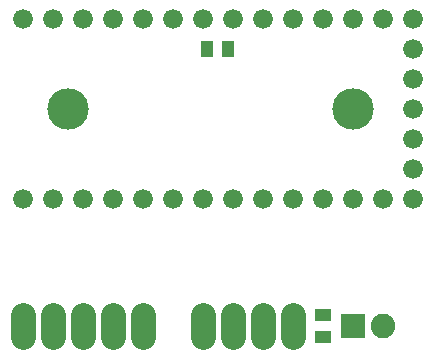
<source format=gbs>
G75*
%MOIN*%
%OFA0B0*%
%FSLAX25Y25*%
%IPPOS*%
%LPD*%
%AMOC8*
5,1,8,0,0,1.08239X$1,22.5*
%
%ADD10C,0.08200*%
%ADD11C,0.13800*%
%ADD12R,0.08200X0.08200*%
%ADD13C,0.08200*%
%ADD14C,0.06600*%
%ADD15R,0.03950X0.05524*%
%ADD16R,0.05524X0.03950*%
D10*
X0011800Y0011800D02*
X0011800Y0019200D01*
X0021800Y0019200D02*
X0021800Y0011800D01*
X0031800Y0011800D02*
X0031800Y0019200D01*
X0041800Y0019200D02*
X0041800Y0011800D01*
X0051800Y0011800D02*
X0051800Y0019200D01*
X0071800Y0019200D02*
X0071800Y0011800D01*
X0081800Y0011800D02*
X0081800Y0019200D01*
X0091800Y0019200D02*
X0091800Y0011800D01*
X0101800Y0011800D02*
X0101800Y0019200D01*
D11*
X0121800Y0088000D03*
X0026800Y0088000D03*
D12*
X0121800Y0015500D03*
D13*
X0131800Y0015500D03*
D14*
X0131800Y0058000D03*
X0121800Y0058000D03*
X0111800Y0058000D03*
X0101800Y0058000D03*
X0091800Y0058000D03*
X0081800Y0058000D03*
X0071800Y0058000D03*
X0061800Y0058000D03*
X0051800Y0058000D03*
X0041800Y0058000D03*
X0031800Y0058000D03*
X0021800Y0058000D03*
X0011800Y0058000D03*
X0011800Y0118000D03*
X0021800Y0118000D03*
X0031800Y0118000D03*
X0041800Y0118000D03*
X0051800Y0118000D03*
X0061800Y0118000D03*
X0071800Y0118000D03*
X0081800Y0118000D03*
X0091800Y0118000D03*
X0101800Y0118000D03*
X0111800Y0118000D03*
X0121800Y0118000D03*
X0131800Y0118000D03*
X0141800Y0118000D03*
X0141800Y0108000D03*
X0141800Y0098000D03*
X0141800Y0088000D03*
X0141800Y0078000D03*
X0141800Y0068000D03*
X0141800Y0058000D03*
D15*
X0080343Y0108000D03*
X0073257Y0108000D03*
D16*
X0111800Y0019043D03*
X0111800Y0011957D03*
M02*

</source>
